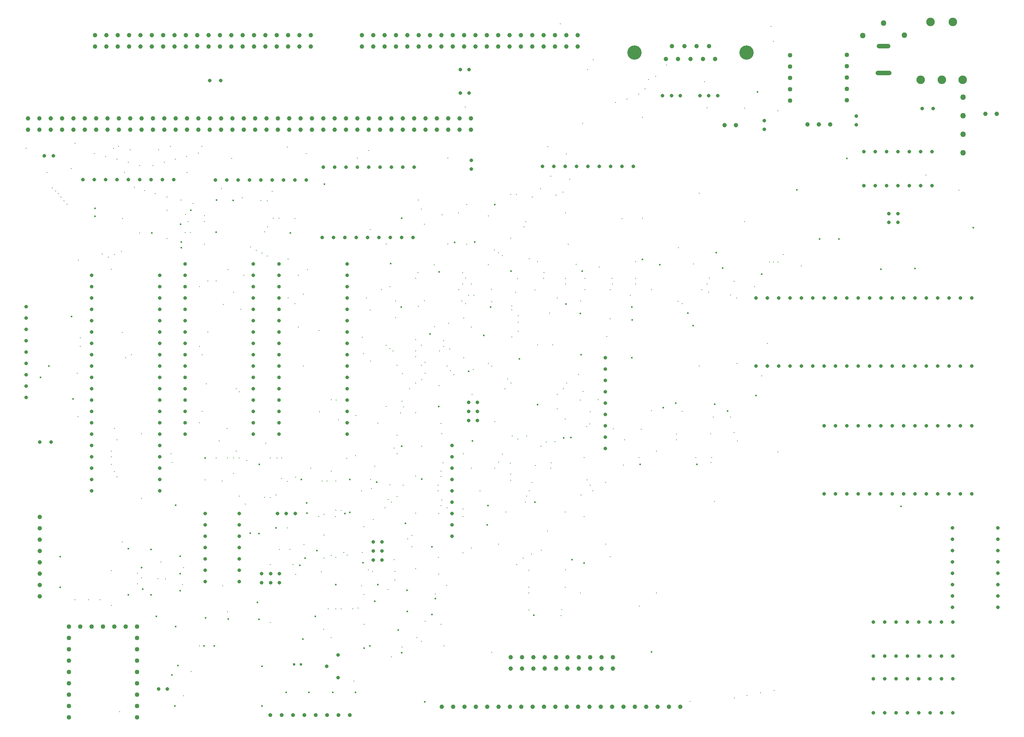
<source format=gbr>
%TF.GenerationSoftware,KiCad,Pcbnew,9.0.6*%
%TF.CreationDate,2025-11-25T21:24:01-08:00*%
%TF.ProjectId,SD-ZMB,53442d5a-4d42-42e6-9b69-6361645f7063,PR8.2*%
%TF.SameCoordinates,Original*%
%TF.FileFunction,Plated,1,6,PTH,Mixed*%
%TF.FilePolarity,Positive*%
%FSLAX46Y46*%
G04 Gerber Fmt 4.6, Leading zero omitted, Abs format (unit mm)*
G04 Created by KiCad (PCBNEW 9.0.6) date 2025-11-25 21:24:01*
%MOMM*%
%LPD*%
G01*
G04 APERTURE LIST*
%TA.AperFunction,ViaDrill*%
%ADD10C,0.304800*%
%TD*%
%TA.AperFunction,ViaDrill*%
%ADD11C,0.381000*%
%TD*%
%TA.AperFunction,ComponentDrill*%
%ADD12C,0.600000*%
%TD*%
%TA.AperFunction,ComponentDrill*%
%ADD13C,0.800000*%
%TD*%
%TA.AperFunction,ComponentDrill*%
%ADD14C,0.900000*%
%TD*%
%TA.AperFunction,ComponentDrill*%
%ADD15C,1.000000*%
%TD*%
G04 aperture for slot hole*
%TA.AperFunction,ComponentDrill*%
%ADD16C,1.000000*%
%TD*%
%TA.AperFunction,ComponentDrill*%
%ADD17C,1.020000*%
%TD*%
%TA.AperFunction,ViaDrill*%
%ADD18C,1.270000*%
%TD*%
%TA.AperFunction,ComponentDrill*%
%ADD19C,1.900000*%
%TD*%
%TA.AperFunction,ComponentDrill*%
%ADD20C,3.200000*%
%TD*%
G04 APERTURE END LIST*
D10*
X94615000Y-124587000D03*
X99263200Y-129997200D03*
X100457000Y-133451600D03*
X101168200Y-134137400D03*
X101777800Y-134772400D03*
X102412800Y-135509000D03*
X103098600Y-136321800D03*
X103759000Y-137109200D03*
X104673400Y-129133600D03*
X105511600Y-123469400D03*
X105537000Y-225679000D03*
X106019600Y-174955200D03*
X106172000Y-184658000D03*
X106273600Y-149606000D03*
X106680000Y-167005000D03*
X106680000Y-168910000D03*
X108585000Y-225679000D03*
X109804200Y-125730000D03*
X111125000Y-225679000D03*
X111607600Y-148285200D03*
X112395000Y-126415800D03*
X113017300Y-148971000D03*
X113639600Y-151638000D03*
X113639600Y-219125800D03*
X113664000Y-192405000D03*
X113665000Y-193675000D03*
X113665000Y-195326000D03*
X113665000Y-226949000D03*
X114147600Y-124612400D03*
X114300000Y-187325000D03*
X114300000Y-196977000D03*
X114312700Y-148336000D03*
X114934987Y-198120000D03*
X114935000Y-127076200D03*
X114935000Y-189865000D03*
X115290600Y-124155200D03*
X115519200Y-250698000D03*
X115925600Y-147726400D03*
X116140000Y-165800000D03*
X116140000Y-212700000D03*
X116230400Y-140309600D03*
X116611400Y-129971800D03*
X116840000Y-171450000D03*
X117449600Y-127711200D03*
X117881400Y-124917200D03*
X118110000Y-170815000D03*
X118846600Y-133299200D03*
X119507000Y-219710000D03*
X119507000Y-222123000D03*
X120015000Y-128447800D03*
X120015000Y-143510000D03*
X120396000Y-188468000D03*
X120396000Y-220726000D03*
X120446800Y-203022200D03*
X121081800Y-134035800D03*
X122961400Y-128498600D03*
X123444000Y-134747000D03*
X124091700Y-220971100D03*
X124206000Y-124942600D03*
X124714000Y-217170000D03*
X125476000Y-127711200D03*
X125730000Y-220980000D03*
X126085600Y-135509000D03*
X126111000Y-144780000D03*
X126136400Y-138430000D03*
X126847600Y-124180600D03*
X127040000Y-193027300D03*
X127254000Y-194945000D03*
X127990600Y-127076200D03*
X129209800Y-136220200D03*
X129540000Y-222250000D03*
X129840000Y-218500000D03*
X129840000Y-247200000D03*
X130200400Y-143501100D03*
X130225800Y-139369800D03*
X130530600Y-126441200D03*
X130556000Y-130022600D03*
X130810000Y-140995400D03*
X131368800Y-143501100D03*
X131521200Y-241782600D03*
X131902200Y-136956800D03*
X133140000Y-125700000D03*
X133350000Y-155575000D03*
X133350000Y-168910000D03*
X133350000Y-186055000D03*
X133350000Y-235966000D03*
X133883400Y-124180600D03*
X133985000Y-170815000D03*
X133985000Y-183515000D03*
X134440000Y-146100000D03*
X134493000Y-139687300D03*
X134518400Y-140995400D03*
X134640000Y-198800000D03*
X134874000Y-177329200D03*
X135255000Y-154305000D03*
X135255000Y-165735000D03*
X137140000Y-154300000D03*
X137140000Y-193900000D03*
X137769600Y-190080900D03*
X138303000Y-133629400D03*
X138440000Y-199072300D03*
X138506200Y-222580200D03*
X138740000Y-159549200D03*
X139540000Y-187300000D03*
X139640000Y-193900000D03*
X139640000Y-228350000D03*
X139700000Y-151765000D03*
X140589000Y-126873000D03*
X140970000Y-156845000D03*
X140972064Y-197420300D03*
X141040000Y-193900000D03*
X141605000Y-178435000D03*
X141605000Y-192405000D03*
X142240000Y-179070000D03*
X142240000Y-193900000D03*
X142240000Y-202438000D03*
X142646400Y-160629600D03*
X142951200Y-135636000D03*
X143281400Y-153009600D03*
X143662400Y-204241400D03*
X143967200Y-194487800D03*
X144840000Y-146659600D03*
X146050000Y-147434301D03*
X147091400Y-136245600D03*
X147320000Y-148056600D03*
X147955000Y-143281400D03*
X147955000Y-202768200D03*
X148234400Y-190653400D03*
X148539200Y-136347200D03*
X148577300Y-148716100D03*
X148615400Y-142214600D03*
X149225000Y-193929000D03*
X149225000Y-202805300D03*
X149225000Y-217805000D03*
X149233490Y-230795700D03*
X149631400Y-134264400D03*
X149860000Y-140258800D03*
X150495000Y-202234800D03*
X150698200Y-193954400D03*
X151130000Y-140233400D03*
X151231600Y-214426800D03*
X151721400Y-198457400D03*
X151790400Y-193928000D03*
X153009600Y-124307600D03*
X153035000Y-209575400D03*
X153051500Y-199161400D03*
X153187400Y-149428200D03*
X153212800Y-158115000D03*
X153640000Y-214426800D03*
X154305000Y-217805000D03*
X154711400Y-140334000D03*
X154711400Y-159359600D03*
X154889200Y-198272400D03*
X154919115Y-220022300D03*
X155498800Y-153035000D03*
X155498800Y-164642800D03*
X156565600Y-157226000D03*
X156565600Y-173380400D03*
X156768800Y-213283800D03*
X157226000Y-125806200D03*
X157530800Y-151739600D03*
X158292800Y-196240400D03*
X160085383Y-207010000D03*
X160172400Y-165404800D03*
X160197800Y-183565800D03*
X160617700Y-219400000D03*
X160807400Y-199110600D03*
X161140000Y-232295700D03*
X161213800Y-211175600D03*
X161240000Y-206579000D03*
X161240000Y-216400000D03*
X161950400Y-199110600D03*
X162204638Y-227674638D03*
X162814000Y-180924200D03*
X162814000Y-196850000D03*
X162864800Y-234100000D03*
X162878738Y-215747600D03*
X163804600Y-207060800D03*
X163830000Y-199085200D03*
X163830000Y-227726438D03*
X163840000Y-205650000D03*
X163840000Y-216200000D03*
X163957000Y-180949600D03*
X164439600Y-185369200D03*
X165040000Y-205700000D03*
X165040000Y-227726438D03*
X165662300Y-215099900D03*
X166340000Y-194000000D03*
X166370000Y-215722200D03*
X167640000Y-227726438D03*
X167894000Y-243852700D03*
X168224200Y-193422300D03*
X168367700Y-184480200D03*
X168656000Y-126771400D03*
X168840000Y-227500000D03*
X169612300Y-201294000D03*
X169612300Y-222570300D03*
X169748200Y-166878000D03*
X169824400Y-215115500D03*
X170078400Y-170586400D03*
X170154600Y-209296000D03*
X170163500Y-224500000D03*
X170180000Y-231140000D03*
X170738800Y-158115000D03*
X171140000Y-219000000D03*
X171240000Y-125100000D03*
X171551600Y-142798800D03*
X171551600Y-160858200D03*
X171653200Y-172262800D03*
X171653200Y-198780400D03*
X171856400Y-200761600D03*
X172040000Y-219300000D03*
X172240000Y-207700000D03*
X172542200Y-195783200D03*
X173278800Y-186105800D03*
X174117000Y-156210000D03*
X174880600Y-205061500D03*
X175133000Y-145973800D03*
X175133000Y-168707500D03*
X175133000Y-182397400D03*
X175564800Y-203200000D03*
X175564800Y-223400000D03*
X175971200Y-169418000D03*
X175971200Y-199923400D03*
X175996600Y-155575000D03*
X176316700Y-203822300D03*
X176336000Y-238446000D03*
X176657000Y-169964100D03*
X176890000Y-191750000D03*
X176940000Y-216741300D03*
X177038000Y-221234000D03*
X177040000Y-219300000D03*
X177241200Y-158800800D03*
X177241200Y-162509200D03*
X177546000Y-188849000D03*
X177562300Y-193027300D03*
X177562300Y-202539600D03*
X177571400Y-173151800D03*
X178333400Y-183819800D03*
X178638200Y-181229000D03*
X178638200Y-236220000D03*
X178765200Y-175056800D03*
X178892200Y-199999600D03*
X178993800Y-182473600D03*
X179966200Y-212039200D03*
X180340000Y-178434000D03*
X180840000Y-211300000D03*
X180840000Y-213800000D03*
X181711600Y-183743600D03*
X181716700Y-167436800D03*
X181716700Y-169926000D03*
X181717700Y-171214500D03*
X181717700Y-177165000D03*
X181717700Y-197993000D03*
X181717700Y-206324200D03*
X181717700Y-218700900D03*
X181762400Y-153670000D03*
X182016400Y-234100000D03*
X182245000Y-152400000D03*
X182295800Y-136156700D03*
X182340000Y-160000000D03*
X182962300Y-173151800D03*
X182981600Y-234950000D03*
X182984200Y-168691000D03*
X183032400Y-138226800D03*
X183083200Y-176428400D03*
X183083200Y-191312800D03*
X183692800Y-141578600D03*
X183692800Y-158737300D03*
X183840000Y-175000000D03*
X183840000Y-230505000D03*
X183870600Y-172516800D03*
X185877200Y-150634700D03*
X185928000Y-164515800D03*
X186157767Y-224382232D03*
X186690000Y-200025000D03*
X186690000Y-201295000D03*
X186840000Y-216200000D03*
X186867800Y-219945500D03*
X186868800Y-206349600D03*
X186969400Y-177787300D03*
X187045600Y-169977500D03*
X187375800Y-198069200D03*
X187401200Y-196875400D03*
X187417700Y-204571600D03*
X187417700Y-231140000D03*
X187426600Y-186220100D03*
X187566736Y-203314300D03*
X187591700Y-188480700D03*
X187655200Y-139446000D03*
X187858400Y-194995800D03*
X187960000Y-167640000D03*
X187960000Y-168926500D03*
X188040000Y-236000000D03*
X188662300Y-222453200D03*
X188722000Y-173380400D03*
X188747400Y-205105000D03*
X188925200Y-145973800D03*
X188950600Y-126771400D03*
X189128400Y-163817300D03*
X189331600Y-169545000D03*
X189534800Y-174371000D03*
X190271400Y-175260000D03*
X191312800Y-139065000D03*
X191363600Y-156210000D03*
X192024000Y-158775400D03*
X192227200Y-154940000D03*
X192230965Y-152412700D03*
X192278000Y-205384400D03*
X192278000Y-215163400D03*
X192303400Y-207077700D03*
X192430400Y-192976500D03*
X192455800Y-171450000D03*
X192481200Y-162572700D03*
X192786000Y-115366800D03*
X192913000Y-153653500D03*
X192938400Y-159385000D03*
X193141600Y-137160000D03*
X193141600Y-146088100D03*
X193548000Y-157480000D03*
X194183000Y-154940000D03*
X194183000Y-164617400D03*
X194183000Y-214045800D03*
X194208400Y-196240400D03*
X194360800Y-179696100D03*
X194614800Y-174091600D03*
X194805300Y-157480000D03*
X196088000Y-201295000D03*
X197967600Y-139700000D03*
X197993000Y-150634700D03*
X197993000Y-172745400D03*
X198678800Y-156159200D03*
X198704200Y-173380400D03*
X198755000Y-237464600D03*
X198767700Y-158931564D03*
X199364600Y-147332700D03*
X199390000Y-196215000D03*
X199440800Y-185813700D03*
X200265000Y-213222300D03*
X200279000Y-147929600D03*
X200304400Y-194894200D03*
X201077217Y-193067283D03*
X201117200Y-148640800D03*
X201739500Y-178409600D03*
X201879200Y-206044800D03*
X202260200Y-176250600D03*
X202869800Y-195148200D03*
X202971400Y-134899400D03*
X202971400Y-197526900D03*
X202971400Y-198932800D03*
X202996800Y-144754600D03*
X203022200Y-177165000D03*
X203225400Y-160718500D03*
X203225400Y-166801800D03*
X203254793Y-159880813D03*
X203301600Y-189001400D03*
X204036268Y-156864284D03*
X204241400Y-134912100D03*
X204347967Y-217808967D03*
X204491617Y-153758883D03*
X204620500Y-189674500D03*
X204647800Y-163550600D03*
X204673200Y-162077400D03*
X204698600Y-165531800D03*
X205790800Y-216357200D03*
X205905100Y-142214600D03*
X206248000Y-203835000D03*
X206400400Y-140970000D03*
X206502000Y-188976000D03*
X206527400Y-202450700D03*
X207010000Y-219075000D03*
X207010000Y-222885000D03*
X207010000Y-224155000D03*
X207010000Y-227965000D03*
X207124300Y-149301200D03*
X207124300Y-201295000D03*
X207645000Y-215392000D03*
X207746600Y-199401000D03*
X207772000Y-135534400D03*
X208369900Y-156311600D03*
X208512364Y-195592700D03*
X208965800Y-150012400D03*
X208965800Y-168605200D03*
X209677000Y-133629400D03*
X209753200Y-191262000D03*
X209840000Y-214600000D03*
X210340000Y-153700000D03*
X210388200Y-152441900D03*
X210963300Y-190347600D03*
X211208700Y-210235800D03*
X211277200Y-124282200D03*
X211683600Y-161455100D03*
X211937600Y-130835400D03*
X211963000Y-196215000D03*
X212013800Y-195047600D03*
X212369400Y-168630600D03*
X212902800Y-190322200D03*
X213131400Y-135051800D03*
X213409900Y-179679600D03*
X213409900Y-182880000D03*
X213409901Y-158082464D03*
X214040000Y-96700000D03*
X214240000Y-229250000D03*
X214440000Y-227900000D03*
X214654500Y-134366000D03*
X214757000Y-178435000D03*
X215138000Y-206044800D03*
X215140000Y-222900000D03*
X215188800Y-185191400D03*
X215214200Y-139090400D03*
X215214200Y-154956500D03*
X215215200Y-153670000D03*
X215240000Y-219000000D03*
X215442800Y-125831600D03*
X215519000Y-177139600D03*
X215849200Y-146088100D03*
X216204800Y-131546600D03*
X217652600Y-150545800D03*
X218160600Y-175247300D03*
X218516200Y-180949600D03*
X218567000Y-224155000D03*
X218668600Y-158775400D03*
X218694000Y-202260200D03*
X219100400Y-119024400D03*
X219151200Y-179019200D03*
X219430600Y-193801000D03*
X219430600Y-207035400D03*
X219557600Y-156222300D03*
X219558164Y-153711900D03*
X220014800Y-186867800D03*
X220065600Y-198831200D03*
X220192600Y-106984800D03*
X220700600Y-186283600D03*
X220726000Y-200025000D03*
X220751400Y-183591200D03*
X221361000Y-201295000D03*
X221411800Y-104775000D03*
X222508467Y-180843533D03*
X222758000Y-151168100D03*
X224190000Y-213200000D03*
X224240000Y-199400000D03*
X224459800Y-166776400D03*
X225221800Y-156222300D03*
X225221800Y-162763200D03*
X225247200Y-216014300D03*
X225628200Y-153686500D03*
X225780600Y-154965400D03*
X225882200Y-187401200D03*
X226415600Y-114350800D03*
X227838000Y-140309600D03*
X228193600Y-195554600D03*
X228473000Y-189890400D03*
X228955600Y-113538000D03*
X229743000Y-157480000D03*
X230936800Y-149987000D03*
X230949500Y-153686500D03*
X230949500Y-154956500D03*
X231571800Y-112471200D03*
X231648000Y-193802000D03*
X231749600Y-227100000D03*
X232156000Y-187452000D03*
X232410000Y-117602000D03*
X232410000Y-140208000D03*
X233034683Y-111253383D03*
X233832400Y-109194600D03*
X234454700Y-156222300D03*
X234454700Y-183362600D03*
X235407200Y-108534200D03*
X235585000Y-224155000D03*
X235610400Y-192430400D03*
X237896400Y-105994200D03*
X240030000Y-188607700D03*
X240030000Y-189852300D03*
X240440000Y-158900000D03*
X240487200Y-146837400D03*
X241300000Y-159385000D03*
X241325400Y-183515000D03*
X243078000Y-248453400D03*
X243840000Y-150495000D03*
X244348000Y-193802000D03*
X245110000Y-134620000D03*
X245110000Y-173355000D03*
X245732300Y-156222300D03*
X246288200Y-109677200D03*
X246910500Y-115493800D03*
X246910500Y-154965400D03*
X247294400Y-156844600D03*
X247396000Y-153644600D03*
X247650000Y-188468000D03*
X247777000Y-194945000D03*
X247904000Y-193802000D03*
X248310400Y-184785000D03*
X248539000Y-203695300D03*
X252196600Y-157454600D03*
X252196600Y-184759600D03*
X252907800Y-188290200D03*
X252940000Y-154400000D03*
X253034800Y-247650000D03*
X253562300Y-158100000D03*
X253619000Y-172720000D03*
X253695200Y-190119000D03*
X255270000Y-115570000D03*
X255270000Y-140970000D03*
X255828800Y-247129300D03*
X257540000Y-155600000D03*
X258876800Y-246507000D03*
X259105400Y-175539400D03*
X260400800Y-168300400D03*
X260909263Y-150091125D03*
X261213600Y-97358200D03*
X261747000Y-100609400D03*
X261747000Y-150063200D03*
X261874000Y-245986300D03*
X262740000Y-192600000D03*
X262788400Y-116230400D03*
X262788400Y-150063200D03*
X263906000Y-148336000D03*
X267970000Y-150876000D03*
X295859200Y-130556000D03*
X303215001Y-133985000D03*
D11*
X97790000Y-175895000D03*
X99695000Y-173355000D03*
X102235000Y-216027000D03*
X102235000Y-222885000D03*
X104749600Y-162280600D03*
X105079800Y-180721000D03*
X109982000Y-138049000D03*
X109982000Y-139801600D03*
X117475000Y-214249000D03*
X117475000Y-224536000D03*
X120396000Y-218440000D03*
X120650000Y-223266000D03*
X122504200Y-214426800D03*
X122555000Y-224536000D03*
X122682000Y-143510000D03*
X123698000Y-229362000D03*
X127240000Y-242500000D03*
X127889000Y-249428000D03*
X128016000Y-204470000D03*
X128016000Y-231648000D03*
X128524000Y-240411000D03*
X129032000Y-215900000D03*
X129032000Y-219837000D03*
X129032000Y-223647000D03*
X129188001Y-141632205D03*
X129286000Y-146812000D03*
X129290065Y-145539805D03*
X131445000Y-138430000D03*
X134366000Y-235966000D03*
X134640000Y-193900000D03*
X134740000Y-229700000D03*
X136652000Y-235966000D03*
X137134600Y-143383000D03*
X137160000Y-136144000D03*
X139790000Y-229950000D03*
X140944600Y-136271000D03*
X144754600Y-210769200D03*
X146354800Y-226288600D03*
X146685000Y-210820000D03*
X146690000Y-230100000D03*
X146726145Y-195386145D03*
X147320000Y-240538000D03*
X147320000Y-249428000D03*
X150495000Y-209550000D03*
X152781000Y-246380000D03*
X153670000Y-143560800D03*
X155829000Y-217932000D03*
X156133800Y-198755000D03*
X156464000Y-234442000D03*
X157022800Y-216331800D03*
X157327600Y-203987400D03*
X157403800Y-206273400D03*
X157861000Y-246380000D03*
X159308800Y-229387400D03*
X159664400Y-214706200D03*
X161340800Y-132664200D03*
X163195000Y-246380000D03*
X163830000Y-222290000D03*
X165887400Y-206340100D03*
X167030400Y-198780400D03*
X167030400Y-206146400D03*
X168275000Y-246380000D03*
X169951400Y-217347800D03*
X170180000Y-236474000D03*
X171450000Y-235966000D03*
X172540000Y-226000000D03*
X172999400Y-199339200D03*
X173228000Y-222326200D03*
X176098200Y-150368000D03*
X177800000Y-232410000D03*
X178540000Y-160100000D03*
X178562000Y-191338200D03*
X178562000Y-237490000D03*
X178587400Y-140208000D03*
X179400200Y-208610200D03*
X179806600Y-223545400D03*
X179832000Y-228286600D03*
X183103400Y-198704200D03*
X183769000Y-248539000D03*
X184912000Y-166166800D03*
X185340000Y-229000000D03*
X185343800Y-213817200D03*
X186131200Y-225399600D03*
X186932300Y-182448200D03*
X186940000Y-152300000D03*
X190449200Y-145669000D03*
X193598800Y-174510700D03*
X194411600Y-190144400D03*
X194970400Y-145618200D03*
X196951600Y-166497000D03*
X197739000Y-208889600D03*
X197866000Y-204597000D03*
X198504544Y-160131832D03*
X199390000Y-137185400D03*
X203047600Y-152120600D03*
X204901800Y-171780200D03*
X208153000Y-229108000D03*
X208432400Y-203809600D03*
X208980100Y-181965600D03*
X214858600Y-189407800D03*
X215341200Y-159461200D03*
X216408000Y-189382400D03*
X216662000Y-216662000D03*
X218592400Y-161544000D03*
X218694000Y-170815000D03*
X218973400Y-152095200D03*
X219430600Y-217449400D03*
X230047800Y-160121600D03*
X230047800Y-171450000D03*
X230174800Y-162991800D03*
X231902000Y-195326000D03*
X232460800Y-149453600D03*
X234442000Y-237363000D03*
X236347000Y-150647400D03*
X237134400Y-182651400D03*
X239928400Y-181635400D03*
X242595400Y-161493200D03*
X243814600Y-164261800D03*
X244602000Y-195326000D03*
X248589800Y-181889400D03*
X248945400Y-147955000D03*
X250393200Y-151384000D03*
X251460000Y-183388000D03*
X257810000Y-179959000D03*
X258140200Y-111937800D03*
X259080000Y-152757500D03*
X266954000Y-133858000D03*
X272084800Y-144907000D03*
X276377400Y-144881600D03*
X278130000Y-126872999D03*
X285750000Y-151638000D03*
X290245800Y-204749400D03*
X293370000Y-151511000D03*
X306451000Y-142367000D03*
D12*
%TO.C,C6*%
X154543600Y-240157000D03*
X156043600Y-240157000D03*
D13*
%TO.C,RN2*%
X94615000Y-160019999D03*
X94615000Y-162559999D03*
X94615000Y-165099999D03*
X94615000Y-167639999D03*
X94615000Y-170179999D03*
X94615000Y-172719999D03*
X94615000Y-175259999D03*
X94615000Y-177799999D03*
X94615000Y-180339999D03*
%TO.C,C46*%
X97663000Y-190373000D03*
%TO.C,JP3*%
X98690000Y-126250000D03*
%TO.C,C46*%
X100163000Y-190373000D03*
%TO.C,JP3*%
X100690000Y-126250000D03*
%TO.C,RN4*%
X107315000Y-131650000D03*
%TO.C,U10*%
X109220000Y-153035000D03*
X109220000Y-155575000D03*
X109220000Y-158115000D03*
X109220000Y-160655000D03*
X109220000Y-163195000D03*
X109220000Y-165735000D03*
X109220000Y-168275000D03*
X109220000Y-170815000D03*
X109220000Y-173355000D03*
X109220000Y-175895000D03*
X109220000Y-178435000D03*
X109220000Y-180975000D03*
X109220000Y-183515000D03*
X109220000Y-186055000D03*
X109220000Y-188595000D03*
X109220000Y-191135000D03*
X109220000Y-193675000D03*
X109220000Y-196215000D03*
X109220000Y-198755000D03*
X109220000Y-201295000D03*
%TO.C,RN4*%
X109855000Y-131650000D03*
X112395000Y-131650000D03*
X114935000Y-131650000D03*
X117475000Y-131650000D03*
X120015000Y-131650000D03*
X122555000Y-131650000D03*
%TO.C,JP6*%
X124222000Y-245618000D03*
%TO.C,U10*%
X124460000Y-153035000D03*
X124460000Y-155575000D03*
X124460000Y-158115000D03*
X124460000Y-160655000D03*
X124460000Y-163195000D03*
X124460000Y-165735000D03*
X124460000Y-168275000D03*
X124460000Y-170815000D03*
X124460000Y-173355000D03*
X124460000Y-175895000D03*
X124460000Y-178435000D03*
X124460000Y-180975000D03*
X124460000Y-183515000D03*
X124460000Y-186055000D03*
X124460000Y-188595000D03*
X124460000Y-191135000D03*
X124460000Y-193675000D03*
X124460000Y-196215000D03*
X124460000Y-198755000D03*
X124460000Y-201295000D03*
%TO.C,RN4*%
X125095000Y-131650000D03*
%TO.C,JP6*%
X126222000Y-245618000D03*
%TO.C,RN4*%
X127635000Y-131650000D03*
%TO.C,U11*%
X130175000Y-150495000D03*
X130175000Y-153035000D03*
X130175000Y-155575000D03*
X130175000Y-158115000D03*
X130175000Y-160655000D03*
X130175000Y-163195000D03*
X130175000Y-165735000D03*
X130175000Y-168275000D03*
X130175000Y-170815000D03*
X130175000Y-173355000D03*
X130175000Y-175895000D03*
X130175000Y-178435000D03*
X130175000Y-180975000D03*
X130175000Y-183515000D03*
X130175000Y-186055000D03*
X130175000Y-188595000D03*
%TO.C,U34*%
X134620000Y-206375000D03*
X134620000Y-208915000D03*
X134620000Y-211455000D03*
X134620000Y-213995000D03*
X134620000Y-216535000D03*
X134620000Y-219075000D03*
X134620000Y-221615000D03*
%TO.C,C3*%
X135653449Y-109466688D03*
%TO.C,RN6*%
X136906000Y-131699000D03*
%TO.C,C3*%
X138153449Y-109466688D03*
%TO.C,RN6*%
X139446000Y-131699000D03*
X141986000Y-131699000D03*
%TO.C,U34*%
X142240000Y-206375000D03*
X142240000Y-208915000D03*
X142240000Y-211455000D03*
X142240000Y-213995000D03*
X142240000Y-216535000D03*
X142240000Y-219075000D03*
X142240000Y-221615000D03*
%TO.C,RN6*%
X144526000Y-131699000D03*
%TO.C,U11*%
X145415000Y-150495000D03*
X145415000Y-153035000D03*
X145415000Y-155575000D03*
X145415000Y-158115000D03*
X145415000Y-160655000D03*
X145415000Y-163195000D03*
X145415000Y-165735000D03*
X145415000Y-168275000D03*
X145415000Y-170815000D03*
X145415000Y-173355000D03*
X145415000Y-175895000D03*
X145415000Y-178435000D03*
X145415000Y-180975000D03*
X145415000Y-183515000D03*
X145415000Y-186055000D03*
X145415000Y-188595000D03*
%TO.C,RN6*%
X147066000Y-131699000D03*
%TO.C,OP4*%
X147256999Y-219837000D03*
X147256999Y-221837000D03*
X149256999Y-219837000D03*
X149256999Y-221837000D03*
%TO.C,RN6*%
X149606000Y-131699000D03*
%TO.C,OP1*%
X150780999Y-206375000D03*
%TO.C,U12*%
X151130000Y-150495000D03*
X151130000Y-153035000D03*
X151130000Y-155575000D03*
X151130000Y-158115000D03*
X151130000Y-160655000D03*
X151130000Y-163195000D03*
X151130000Y-165735000D03*
X151130000Y-168275000D03*
X151130000Y-170815000D03*
X151130000Y-173355000D03*
X151130000Y-175895000D03*
X151130000Y-178435000D03*
X151130000Y-180975000D03*
X151130000Y-183515000D03*
X151130000Y-186055000D03*
X151130000Y-188595000D03*
%TO.C,OP4*%
X151256999Y-219837000D03*
X151256999Y-221837000D03*
%TO.C,RN6*%
X152146000Y-131699000D03*
%TO.C,OP1*%
X152780999Y-206375000D03*
%TO.C,RN6*%
X154686000Y-131699000D03*
%TO.C,OP1*%
X154780999Y-206375000D03*
%TO.C,RN6*%
X157226000Y-131699000D03*
%TO.C,RN5*%
X160782000Y-144526000D03*
%TO.C,RN8*%
X161036000Y-128778000D03*
%TO.C,RV1*%
X161865000Y-240538000D03*
%TO.C,RN5*%
X163322000Y-144526000D03*
%TO.C,RN8*%
X163576000Y-128778000D03*
%TO.C,RV1*%
X164405000Y-237998000D03*
X164405000Y-243078000D03*
%TO.C,RN5*%
X165862000Y-144526000D03*
%TO.C,RN8*%
X166116000Y-128778000D03*
%TO.C,U12*%
X166370000Y-150495000D03*
X166370000Y-153035000D03*
X166370000Y-155575000D03*
X166370000Y-158115000D03*
X166370000Y-160655000D03*
X166370000Y-163195000D03*
X166370000Y-165735000D03*
X166370000Y-168275000D03*
X166370000Y-170815000D03*
X166370000Y-173355000D03*
X166370000Y-175895000D03*
X166370000Y-178435000D03*
X166370000Y-180975000D03*
X166370000Y-183515000D03*
X166370000Y-186055000D03*
X166370000Y-188595000D03*
%TO.C,RN5*%
X168402000Y-144526000D03*
%TO.C,RN8*%
X168656000Y-128778000D03*
%TO.C,RN5*%
X170942000Y-144526000D03*
%TO.C,RN8*%
X171196000Y-128778000D03*
%TO.C,OP6*%
X172212000Y-212757000D03*
X172212000Y-214757000D03*
X172212000Y-216757000D03*
%TO.C,RN5*%
X173482000Y-144526000D03*
%TO.C,RN8*%
X173736000Y-128778000D03*
%TO.C,OP6*%
X174212000Y-212757000D03*
X174212000Y-214757000D03*
X174212000Y-216757000D03*
%TO.C,RN5*%
X176022000Y-144526000D03*
%TO.C,RN8*%
X176276000Y-128778000D03*
%TO.C,RN5*%
X178562000Y-144526000D03*
%TO.C,RN8*%
X178816000Y-128778000D03*
%TO.C,RN5*%
X181102000Y-144526000D03*
%TO.C,RN8*%
X181356000Y-128778000D03*
%TO.C,RN1*%
X189865000Y-191135000D03*
X189865000Y-193675000D03*
X189865000Y-196215000D03*
X189865000Y-198755000D03*
X189865000Y-201295000D03*
X189865000Y-203835000D03*
X189865000Y-206375000D03*
X189865000Y-208915000D03*
X189865000Y-211455000D03*
%TO.C,JP1*%
X191690000Y-107000000D03*
%TO.C,JP2*%
X191690000Y-112250000D03*
%TO.C,OP5*%
X193548000Y-181515000D03*
X193548000Y-183515000D03*
X193548000Y-185515000D03*
%TO.C,JP1*%
X193690000Y-107000000D03*
%TO.C,JP2*%
X193690000Y-112250000D03*
%TO.C,JP4*%
X194190000Y-127250000D03*
X194190000Y-129250000D03*
%TO.C,OP5*%
X195548000Y-181515000D03*
X195548000Y-183515000D03*
X195548000Y-185515000D03*
%TO.C,RN7*%
X210058000Y-128651000D03*
X212598000Y-128651000D03*
X215138000Y-128651000D03*
X217678000Y-128651000D03*
X220218000Y-128651000D03*
X222758000Y-128651000D03*
%TO.C,RN3*%
X224155000Y-171450000D03*
X224155000Y-173990000D03*
X224155000Y-176530000D03*
X224155000Y-179070000D03*
X224155000Y-181610000D03*
X224155000Y-184150000D03*
X224155000Y-186690000D03*
X224155000Y-189230000D03*
X224155000Y-191770000D03*
%TO.C,RN7*%
X225298000Y-128651000D03*
X227838000Y-128651000D03*
X230378000Y-128651000D03*
%TO.C,OP2*%
X236919000Y-112776000D03*
X238919000Y-112776000D03*
X240919000Y-112776000D03*
%TO.C,OP3*%
X245269000Y-112776000D03*
X247269000Y-112776000D03*
X249269000Y-112776000D03*
%TO.C,U22*%
X257810000Y-158115000D03*
X257810000Y-173355000D03*
%TO.C,OP8*%
X259715000Y-118380000D03*
X259715000Y-120380000D03*
%TO.C,U22*%
X260350000Y-158115000D03*
X260350000Y-173355000D03*
X262890000Y-158115000D03*
X262890000Y-173355000D03*
X265430000Y-158115000D03*
X265430000Y-173355000D03*
X267970000Y-158115000D03*
X267970000Y-173355000D03*
X270510000Y-158115000D03*
X270510000Y-173355000D03*
X273050000Y-158115000D03*
X273050000Y-173355000D03*
%TO.C,U26*%
X273050000Y-186690000D03*
X273050000Y-201930000D03*
%TO.C,U22*%
X275590000Y-158115000D03*
X275590000Y-173355000D03*
%TO.C,U26*%
X275590000Y-186690000D03*
X275590000Y-201930000D03*
%TO.C,U22*%
X278130000Y-158115000D03*
X278130000Y-173355000D03*
%TO.C,U26*%
X278130000Y-186690000D03*
X278130000Y-201930000D03*
%TO.C,JP5*%
X280247869Y-117363742D03*
X280247869Y-119363742D03*
%TO.C,U22*%
X280670000Y-158115000D03*
X280670000Y-173355000D03*
%TO.C,U26*%
X280670000Y-186690000D03*
X280670000Y-201930000D03*
%TO.C,U1*%
X281940000Y-125349000D03*
X281940000Y-132969000D03*
%TO.C,U22*%
X283210000Y-158115000D03*
X283210000Y-173355000D03*
%TO.C,U26*%
X283210000Y-186690000D03*
X283210000Y-201930000D03*
%TO.C,SPARE2*%
X284052200Y-230698769D03*
X284052200Y-238318769D03*
%TO.C,SPARE3*%
X284052200Y-243343800D03*
X284052200Y-250963800D03*
%TO.C,U1*%
X284480000Y-125349000D03*
X284480000Y-132969000D03*
%TO.C,U22*%
X285750000Y-158115000D03*
X285750000Y-173355000D03*
%TO.C,U26*%
X285750000Y-186690000D03*
X285750000Y-201930000D03*
%TO.C,SPARE2*%
X286592200Y-230698769D03*
X286592200Y-238318769D03*
%TO.C,SPARE3*%
X286592200Y-243343800D03*
X286592200Y-250963800D03*
%TO.C,U1*%
X287020000Y-125349000D03*
X287020000Y-132969000D03*
%TO.C,OP7*%
X287560000Y-139192000D03*
X287560000Y-141192000D03*
%TO.C,U22*%
X288290000Y-158115000D03*
X288290000Y-173355000D03*
%TO.C,U26*%
X288290000Y-186690000D03*
X288290000Y-201930000D03*
%TO.C,SPARE2*%
X289132200Y-230698769D03*
X289132200Y-238318769D03*
%TO.C,SPARE3*%
X289132200Y-243343800D03*
X289132200Y-250963800D03*
%TO.C,U1*%
X289560000Y-125349000D03*
X289560000Y-132969000D03*
%TO.C,OP7*%
X289560000Y-139192000D03*
X289560000Y-141192000D03*
%TO.C,U22*%
X290830000Y-158115000D03*
X290830000Y-173355000D03*
%TO.C,U26*%
X290830000Y-186690000D03*
X290830000Y-201930000D03*
%TO.C,SPARE2*%
X291672200Y-230698769D03*
X291672200Y-238318769D03*
%TO.C,SPARE3*%
X291672200Y-243343800D03*
X291672200Y-250963800D03*
%TO.C,U1*%
X292100000Y-125349000D03*
X292100000Y-132969000D03*
%TO.C,U22*%
X293370000Y-158115000D03*
X293370000Y-173355000D03*
%TO.C,U26*%
X293370000Y-186690000D03*
X293370000Y-201930000D03*
%TO.C,SPARE2*%
X294212200Y-230698769D03*
X294212200Y-238318769D03*
%TO.C,SPARE3*%
X294212200Y-243343800D03*
X294212200Y-250963800D03*
%TO.C,U1*%
X294640000Y-125349000D03*
X294640000Y-132969000D03*
%TO.C,C4*%
X294973380Y-115697000D03*
%TO.C,U22*%
X295910000Y-158115000D03*
X295910000Y-173355000D03*
%TO.C,U26*%
X295910000Y-186690000D03*
X295910000Y-201930000D03*
%TO.C,SPARE2*%
X296752200Y-230698769D03*
X296752200Y-238318769D03*
%TO.C,SPARE3*%
X296752200Y-243343800D03*
X296752200Y-250963800D03*
%TO.C,U1*%
X297180000Y-125349000D03*
X297180000Y-132969000D03*
%TO.C,C4*%
X297473380Y-115697000D03*
%TO.C,U22*%
X298450000Y-158115000D03*
X298450000Y-173355000D03*
%TO.C,U26*%
X298450000Y-186690000D03*
X298450000Y-201930000D03*
%TO.C,SPARE2*%
X299292200Y-230698769D03*
X299292200Y-238318769D03*
%TO.C,SPARE3*%
X299292200Y-243343800D03*
X299292200Y-250963800D03*
%TO.C,U22*%
X300990000Y-158115000D03*
X300990000Y-173355000D03*
%TO.C,U26*%
X300990000Y-186690000D03*
X300990000Y-201930000D03*
%TO.C,SPARE1*%
X301752000Y-209552000D03*
X301752000Y-212092000D03*
X301752000Y-214632000D03*
X301752000Y-217172000D03*
X301752000Y-219712000D03*
X301752000Y-222252000D03*
X301752000Y-224792000D03*
X301752000Y-227332000D03*
%TO.C,SPARE2*%
X301832200Y-230698769D03*
X301832200Y-238318769D03*
%TO.C,SPARE3*%
X301832200Y-243343800D03*
X301832200Y-250963800D03*
%TO.C,U22*%
X303530000Y-158115000D03*
X303530000Y-173355000D03*
%TO.C,U26*%
X303530000Y-186690000D03*
X303530000Y-201930000D03*
%TO.C,U22*%
X306070000Y-158115000D03*
X306070000Y-173355000D03*
%TO.C,U26*%
X306070000Y-186690000D03*
X306070000Y-201930000D03*
%TO.C,SPARE1*%
X311912000Y-209552000D03*
X311912000Y-212092000D03*
X311912000Y-214632000D03*
X311912000Y-217172000D03*
X311912000Y-219712000D03*
X311912000Y-222252000D03*
X311912000Y-224792000D03*
X311912000Y-227332000D03*
D14*
%TO.C,D1*%
X149225000Y-251460000D03*
X151765000Y-251460000D03*
%TO.C,D2*%
X154305000Y-251460000D03*
X156845000Y-251460000D03*
%TO.C,D3*%
X159385000Y-251460000D03*
X161925000Y-251460000D03*
%TO.C,D4*%
X164465000Y-251460000D03*
X167005000Y-251460000D03*
D15*
%TO.C,J5*%
X94996000Y-117856000D03*
X94996000Y-120396000D03*
X97536000Y-117856000D03*
X97536000Y-120396000D03*
%TO.C,J9*%
X97663000Y-207137000D03*
X97663000Y-209677000D03*
X97663000Y-212217000D03*
X97663000Y-214757000D03*
%TO.C,J10*%
X97663000Y-217297000D03*
X97663000Y-219837000D03*
X97663000Y-222377000D03*
X97663000Y-224917000D03*
%TO.C,J5*%
X100076000Y-117856000D03*
X100076000Y-120396000D03*
X102616000Y-117856000D03*
X102616000Y-120396000D03*
X105156000Y-117856000D03*
X105156000Y-120396000D03*
X107696000Y-117856000D03*
X107696000Y-120396000D03*
%TO.C,J1*%
X109988501Y-99265501D03*
X109988501Y-101805501D03*
%TO.C,J5*%
X110236000Y-117856000D03*
X110236000Y-120396000D03*
%TO.C,J1*%
X112528501Y-99265501D03*
X112528501Y-101805501D03*
%TO.C,J5*%
X112776000Y-117856000D03*
X112776000Y-120396000D03*
%TO.C,J1*%
X115068500Y-101805501D03*
X115068501Y-99265501D03*
%TO.C,J5*%
X115316000Y-117856000D03*
X115316000Y-120396000D03*
%TO.C,J1*%
X117608501Y-99265501D03*
X117608501Y-101805501D03*
%TO.C,J5*%
X117856000Y-117856000D03*
X117856000Y-120396000D03*
%TO.C,J1*%
X120148501Y-99265501D03*
X120148501Y-101805501D03*
%TO.C,J5*%
X120396000Y-117856000D03*
X120396000Y-120396000D03*
%TO.C,J1*%
X122688501Y-99265501D03*
X122688501Y-101805501D03*
%TO.C,J5*%
X122936000Y-117856000D03*
X122936000Y-120396000D03*
%TO.C,J1*%
X125228501Y-99265501D03*
X125228501Y-101805501D03*
%TO.C,J5*%
X125476000Y-117856000D03*
X125476000Y-120396000D03*
%TO.C,J1*%
X127768501Y-99265501D03*
X127768502Y-101805501D03*
%TO.C,J5*%
X128016000Y-117856000D03*
X128016000Y-120396000D03*
%TO.C,J1*%
X130308501Y-99265501D03*
X130308501Y-101805501D03*
%TO.C,J5*%
X130556000Y-117856000D03*
X130556000Y-120396000D03*
%TO.C,J1*%
X132848501Y-99265501D03*
X132848501Y-101805501D03*
%TO.C,J5*%
X133096000Y-117856000D03*
X133096000Y-120396000D03*
%TO.C,J1*%
X135388501Y-99265501D03*
X135388501Y-101805501D03*
%TO.C,J5*%
X135636000Y-117856000D03*
X135636000Y-120396000D03*
%TO.C,J1*%
X137928500Y-101805501D03*
X137928501Y-99265501D03*
%TO.C,J5*%
X138176000Y-117856000D03*
X138176000Y-120396000D03*
%TO.C,J1*%
X140468501Y-99265501D03*
X140468501Y-101805501D03*
%TO.C,J5*%
X140716000Y-117856000D03*
X140716000Y-120396000D03*
%TO.C,J1*%
X143008501Y-99265501D03*
X143008501Y-101805501D03*
%TO.C,J5*%
X143256000Y-117856000D03*
X143256000Y-120396000D03*
%TO.C,J1*%
X145548501Y-99265501D03*
X145548501Y-101805501D03*
%TO.C,J5*%
X145796000Y-117856000D03*
X145796000Y-120396000D03*
%TO.C,J1*%
X148088500Y-101805501D03*
X148088501Y-99265501D03*
%TO.C,J5*%
X148336000Y-117856000D03*
X148336000Y-120396000D03*
%TO.C,J1*%
X150628501Y-99265501D03*
X150628502Y-101805501D03*
%TO.C,J5*%
X150876000Y-117856000D03*
X150876000Y-120396000D03*
%TO.C,J1*%
X153168501Y-99265501D03*
X153168501Y-101805501D03*
%TO.C,J5*%
X153416000Y-117856000D03*
X153416000Y-120396000D03*
%TO.C,J1*%
X155708501Y-99265501D03*
X155708501Y-101805501D03*
%TO.C,J5*%
X155956000Y-117856000D03*
X155956000Y-120396000D03*
%TO.C,J1*%
X158248501Y-99265501D03*
X158248501Y-101805501D03*
%TO.C,J5*%
X158496000Y-117856000D03*
X158496000Y-120396000D03*
X161036000Y-117856000D03*
X161036000Y-120396000D03*
X163576000Y-117856000D03*
X163576000Y-120396000D03*
X166116000Y-117856000D03*
X166116000Y-120396000D03*
X168656000Y-117856000D03*
X168656000Y-120396000D03*
%TO.C,J2*%
X169678501Y-99265501D03*
X169678501Y-101805501D03*
%TO.C,J5*%
X171196000Y-117856000D03*
X171196000Y-120396000D03*
%TO.C,J2*%
X172218501Y-99265501D03*
X172218501Y-101805501D03*
%TO.C,J5*%
X173736000Y-117856000D03*
X173736000Y-120396000D03*
%TO.C,J2*%
X174758500Y-101805501D03*
X174758501Y-99265501D03*
%TO.C,J5*%
X176276000Y-117856000D03*
X176276000Y-120396000D03*
%TO.C,J2*%
X177298501Y-99265501D03*
X177298501Y-101805501D03*
%TO.C,J5*%
X178816000Y-117856000D03*
X178816000Y-120396000D03*
%TO.C,J2*%
X179838501Y-99265501D03*
X179838501Y-101805501D03*
%TO.C,J5*%
X181356000Y-117856000D03*
X181356000Y-120396000D03*
%TO.C,J2*%
X182378501Y-99265501D03*
X182378501Y-101805501D03*
%TO.C,J5*%
X183896000Y-117856000D03*
X183896000Y-120396000D03*
%TO.C,J2*%
X184918501Y-99265501D03*
X184918501Y-101805501D03*
%TO.C,J5*%
X186436000Y-117856000D03*
X186436000Y-120396000D03*
%TO.C,J2*%
X187458501Y-99265501D03*
X187458502Y-101805501D03*
%TO.C,DISP1*%
X187565000Y-249660000D03*
%TO.C,J5*%
X188976000Y-117856000D03*
X188976000Y-120396000D03*
%TO.C,J2*%
X189998501Y-99265501D03*
X189998501Y-101805501D03*
%TO.C,DISP1*%
X190105000Y-249660000D03*
%TO.C,J5*%
X191516000Y-117856000D03*
X191516000Y-120396000D03*
%TO.C,J2*%
X192538501Y-99265501D03*
X192538501Y-101805501D03*
%TO.C,DISP1*%
X192645000Y-249660000D03*
%TO.C,J5*%
X194056000Y-117856000D03*
X194056000Y-120396000D03*
%TO.C,J2*%
X195078501Y-99265501D03*
X195078501Y-101805501D03*
%TO.C,DISP1*%
X195185000Y-249660000D03*
%TO.C,J2*%
X197618500Y-101805501D03*
X197618501Y-99265501D03*
%TO.C,DISP1*%
X197725000Y-249660000D03*
%TO.C,J2*%
X200158501Y-99265501D03*
X200158501Y-101805501D03*
%TO.C,DISP1*%
X200265000Y-249660000D03*
%TO.C,J2*%
X202698501Y-99265501D03*
X202698501Y-101805501D03*
%TO.C,DISP1*%
X202805000Y-249660000D03*
%TO.C,J11*%
X202946000Y-238511000D03*
X202946000Y-241051000D03*
%TO.C,J2*%
X205238501Y-99265501D03*
X205238501Y-101805501D03*
%TO.C,DISP1*%
X205345000Y-249660000D03*
%TO.C,J11*%
X205486000Y-238511000D03*
X205486000Y-241051000D03*
%TO.C,J2*%
X207778500Y-101805501D03*
X207778501Y-99265501D03*
%TO.C,DISP1*%
X207885000Y-249660000D03*
%TO.C,J11*%
X208026000Y-238511000D03*
X208026000Y-241051000D03*
%TO.C,J2*%
X210318501Y-99265501D03*
X210318502Y-101805501D03*
%TO.C,DISP1*%
X210425000Y-249660000D03*
%TO.C,J11*%
X210566000Y-238511000D03*
X210566000Y-241051000D03*
%TO.C,J2*%
X212858501Y-99265501D03*
X212858501Y-101805501D03*
%TO.C,DISP1*%
X212965000Y-249660000D03*
%TO.C,J11*%
X213106000Y-238511000D03*
X213106000Y-241051000D03*
%TO.C,J2*%
X215398501Y-99265501D03*
X215398501Y-101805501D03*
%TO.C,DISP1*%
X215505000Y-249660000D03*
%TO.C,J11*%
X215646000Y-238511000D03*
X215646000Y-241051000D03*
%TO.C,J2*%
X217938501Y-99265501D03*
X217938501Y-101805501D03*
%TO.C,DISP1*%
X218045000Y-249660000D03*
%TO.C,J11*%
X218186000Y-238511000D03*
X218186000Y-241051000D03*
%TO.C,DISP1*%
X220585000Y-249660000D03*
%TO.C,J11*%
X220726000Y-238511000D03*
X220726000Y-241051000D03*
%TO.C,DISP1*%
X223125000Y-249660000D03*
%TO.C,J11*%
X223266000Y-238511000D03*
X223266000Y-241051000D03*
%TO.C,DISP1*%
X225665000Y-249660000D03*
%TO.C,J11*%
X225806000Y-238511000D03*
X225806000Y-241051000D03*
%TO.C,DISP1*%
X228205000Y-249660000D03*
X230745000Y-249660000D03*
X233285000Y-249660000D03*
X235825000Y-249660000D03*
%TO.C,J3*%
X237650000Y-104575331D03*
%TO.C,DISP1*%
X238365000Y-249660000D03*
%TO.C,J3*%
X239035000Y-101735331D03*
X240420000Y-104575331D03*
%TO.C,DISP1*%
X240905000Y-249660000D03*
%TO.C,J3*%
X241805000Y-101735331D03*
X243190000Y-104575331D03*
X244575000Y-101735331D03*
X245960000Y-104575331D03*
X247345000Y-101735331D03*
X248730000Y-104575331D03*
%TO.C,J6*%
X250830000Y-119380000D03*
X253370000Y-119380000D03*
%TO.C,J7*%
X269367001Y-119253000D03*
X271907000Y-119253000D03*
X274447000Y-119253000D03*
D16*
%TO.C,J4*%
X287385000Y-101727000D02*
X285385000Y-101727000D01*
X287635000Y-107727000D02*
X285135000Y-107727000D01*
D15*
%TO.C,J8*%
X309113000Y-116839999D03*
X311653000Y-116839999D03*
D17*
%TO.C,M2*%
X104140000Y-231648000D03*
X104140000Y-234188000D03*
X104140000Y-236728000D03*
X104140000Y-239268000D03*
X104140000Y-241808000D03*
X104140000Y-244348000D03*
X104140000Y-246888000D03*
X104140000Y-249428000D03*
X104140000Y-251968000D03*
X106680000Y-231648000D03*
X109220000Y-231648001D03*
X111760000Y-231647999D03*
X114300000Y-231648000D03*
X116840000Y-231648000D03*
X119380000Y-231648000D03*
X119380000Y-234188000D03*
X119380000Y-236728000D03*
X119380000Y-239268000D03*
X119380000Y-241808000D03*
X119380000Y-244348000D03*
X119380000Y-246888000D03*
X119380000Y-249428000D03*
X119380000Y-251968000D03*
%TO.C,M1*%
X265450000Y-103722000D03*
X265450000Y-106262000D03*
X265450000Y-108802000D03*
X265450000Y-111342000D03*
X265450000Y-113882000D03*
X278130000Y-103632000D03*
X278130000Y-106172000D03*
X278130000Y-108712000D03*
X278130000Y-111252000D03*
X278130000Y-113792000D03*
%TD*%
D18*
X281686000Y-99314000D03*
X286385000Y-96520000D03*
X291013055Y-99240780D03*
X304165000Y-113157000D03*
X304165000Y-117305667D03*
X304165000Y-121454333D03*
X304165000Y-125603000D03*
X304165000Y-125603000D03*
D19*
%TO.C,SW2*%
X294679000Y-109216000D03*
X296879000Y-96266000D03*
X299379000Y-109216000D03*
X301879000Y-96266000D03*
X304079000Y-109216000D03*
D20*
%TO.C,J3*%
X230690000Y-103155331D03*
X255690000Y-103155331D03*
M02*

</source>
